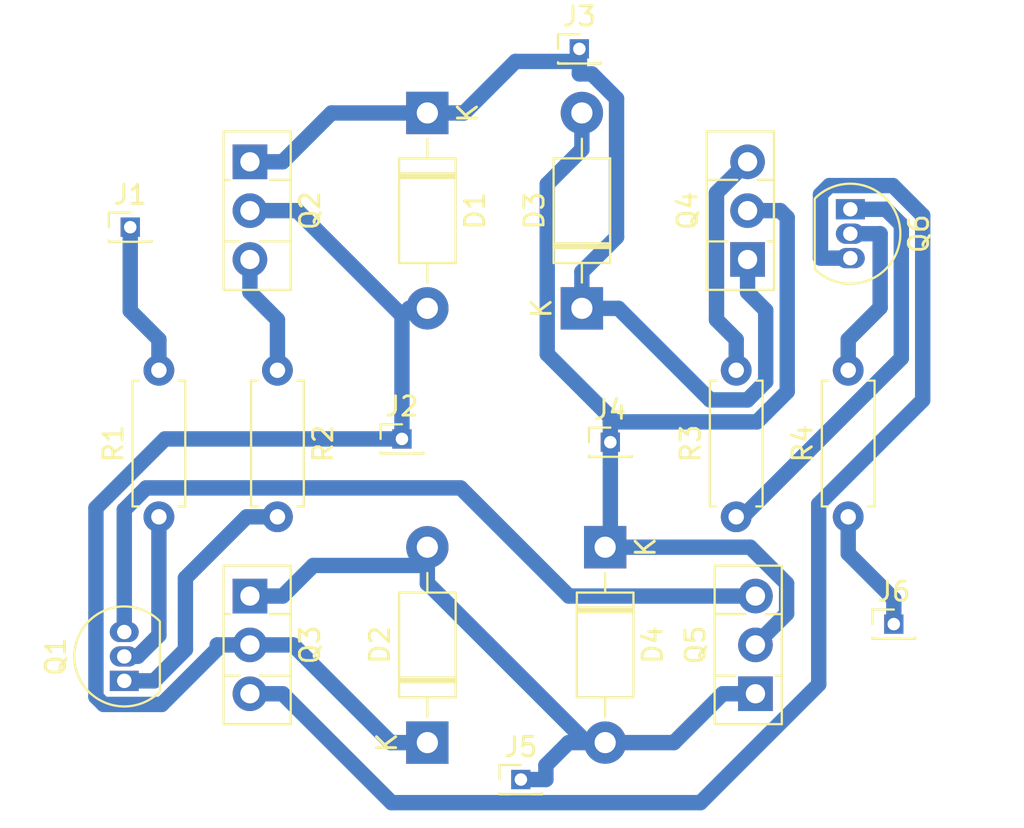
<source format=kicad_pcb>
(kicad_pcb (version 20171130) (host pcbnew "(5.1.6)-1")

  (general
    (thickness 1.6)
    (drawings 0)
    (tracks 118)
    (zones 0)
    (modules 20)
    (nets 15)
  )

  (page A4)
  (layers
    (0 F.Cu signal)
    (31 B.Cu signal)
    (32 B.Adhes user)
    (33 F.Adhes user)
    (34 B.Paste user)
    (35 F.Paste user)
    (36 B.SilkS user)
    (37 F.SilkS user)
    (38 B.Mask user)
    (39 F.Mask user)
    (40 Dwgs.User user)
    (41 Cmts.User user)
    (42 Eco1.User user)
    (43 Eco2.User user)
    (44 Edge.Cuts user)
    (45 Margin user)
    (46 B.CrtYd user)
    (47 F.CrtYd user)
    (48 B.Fab user)
    (49 F.Fab user)
  )

  (setup
    (last_trace_width 0.8)
    (trace_clearance 0.3)
    (zone_clearance 0.508)
    (zone_45_only no)
    (trace_min 0.2)
    (via_size 0.8)
    (via_drill 0.4)
    (via_min_size 0.4)
    (via_min_drill 0.3)
    (uvia_size 0.3)
    (uvia_drill 0.1)
    (uvias_allowed no)
    (uvia_min_size 0.2)
    (uvia_min_drill 0.1)
    (edge_width 0.05)
    (segment_width 0.2)
    (pcb_text_width 0.3)
    (pcb_text_size 1.5 1.5)
    (mod_edge_width 0.12)
    (mod_text_size 1 1)
    (mod_text_width 0.15)
    (pad_size 1.524 1.524)
    (pad_drill 0.762)
    (pad_to_mask_clearance 0.05)
    (aux_axis_origin 107.08 100.06)
    (visible_elements 7FFFFFFF)
    (pcbplotparams
      (layerselection 0x010fc_fffffffe)
      (usegerberextensions false)
      (usegerberattributes true)
      (usegerberadvancedattributes true)
      (creategerberjobfile true)
      (excludeedgelayer true)
      (linewidth 0.100000)
      (plotframeref false)
      (viasonmask false)
      (mode 1)
      (useauxorigin true)
      (hpglpennumber 1)
      (hpglpenspeed 20)
      (hpglpendiameter 15.000000)
      (psnegative false)
      (psa4output false)
      (plotreference true)
      (plotvalue true)
      (plotinvisibletext false)
      (padsonsilk false)
      (subtractmaskfromsilk false)
      (outputformat 1)
      (mirror false)
      (drillshape 0)
      (scaleselection 1)
      (outputdirectory "gerber"))
  )

  (net 0 "")
  (net 1 "Net-(D1-Pad1)")
  (net 2 "Net-(D1-Pad2)")
  (net 3 GND)
  (net 4 "Net-(D3-Pad2)")
  (net 5 "Net-(J1-Pad1)")
  (net 6 "Net-(J6-Pad1)")
  (net 7 "Net-(Q1-Pad2)")
  (net 8 "Net-(Q1-Pad3)")
  (net 9 "Net-(Q1-Pad1)")
  (net 10 "Net-(Q2-Pad3)")
  (net 11 "Net-(Q3-Pad3)")
  (net 12 "Net-(Q4-Pad3)")
  (net 13 "Net-(Q6-Pad1)")
  (net 14 "Net-(Q6-Pad2)")

  (net_class Default "This is the default net class."
    (clearance 0.3)
    (trace_width 0.8)
    (via_dia 0.8)
    (via_drill 0.4)
    (uvia_dia 0.3)
    (uvia_drill 0.1)
    (add_net GND)
    (add_net "Net-(D1-Pad1)")
    (add_net "Net-(D1-Pad2)")
    (add_net "Net-(D3-Pad2)")
    (add_net "Net-(J1-Pad1)")
    (add_net "Net-(J6-Pad1)")
    (add_net "Net-(Q1-Pad1)")
    (add_net "Net-(Q1-Pad2)")
    (add_net "Net-(Q1-Pad3)")
    (add_net "Net-(Q2-Pad3)")
    (add_net "Net-(Q3-Pad3)")
    (add_net "Net-(Q4-Pad3)")
    (add_net "Net-(Q6-Pad1)")
    (add_net "Net-(Q6-Pad2)")
  )

  (module Package_TO_SOT_THT:TO-126-3_Vertical (layer F.Cu) (tedit 5AC8BA0D) (tstamp 5FA60E09)
    (at 117.63 86.89 270)
    (descr "TO-126-3, Vertical, RM 2.54mm, see https://www.diodes.com/assets/Package-Files/TO126.pdf")
    (tags "TO-126-3 Vertical RM 2.54mm")
    (path /5FA5A5DC)
    (fp_text reference Q3 (at 2.54 -3.12 90) (layer F.SilkS)
      (effects (font (size 1 1) (thickness 0.15)))
    )
    (fp_text value BD139 (at 2.54 2.5 90) (layer F.Fab)
      (effects (font (size 1 1) (thickness 0.15)))
    )
    (fp_line (start 6.79 -2.25) (end -1.71 -2.25) (layer F.CrtYd) (width 0.05))
    (fp_line (start 6.79 1.5) (end 6.79 -2.25) (layer F.CrtYd) (width 0.05))
    (fp_line (start -1.71 1.5) (end 6.79 1.5) (layer F.CrtYd) (width 0.05))
    (fp_line (start -1.71 -2.25) (end -1.71 1.5) (layer F.CrtYd) (width 0.05))
    (fp_line (start 4.141 0.54) (end 4.141 1.37) (layer F.SilkS) (width 0.12))
    (fp_line (start 4.141 -2.12) (end 4.141 -0.54) (layer F.SilkS) (width 0.12))
    (fp_line (start 0.94 1.05) (end 0.94 1.37) (layer F.SilkS) (width 0.12))
    (fp_line (start 0.94 -2.12) (end 0.94 -1.05) (layer F.SilkS) (width 0.12))
    (fp_line (start 6.66 -2.12) (end 6.66 1.37) (layer F.SilkS) (width 0.12))
    (fp_line (start -1.58 -2.12) (end -1.58 1.37) (layer F.SilkS) (width 0.12))
    (fp_line (start -1.58 1.37) (end 6.66 1.37) (layer F.SilkS) (width 0.12))
    (fp_line (start -1.58 -2.12) (end 6.66 -2.12) (layer F.SilkS) (width 0.12))
    (fp_line (start 4.14 -2) (end 4.14 1.25) (layer F.Fab) (width 0.1))
    (fp_line (start 0.94 -2) (end 0.94 1.25) (layer F.Fab) (width 0.1))
    (fp_line (start 6.54 -2) (end -1.46 -2) (layer F.Fab) (width 0.1))
    (fp_line (start 6.54 1.25) (end 6.54 -2) (layer F.Fab) (width 0.1))
    (fp_line (start -1.46 1.25) (end 6.54 1.25) (layer F.Fab) (width 0.1))
    (fp_line (start -1.46 -2) (end -1.46 1.25) (layer F.Fab) (width 0.1))
    (fp_text user %R (at 2.54 -3.12 90) (layer F.Fab)
      (effects (font (size 1 1) (thickness 0.15)))
    )
    (pad 3 thru_hole oval (at 5.08 0 270) (size 1.8 1.8) (drill 1) (layers *.Cu *.Mask)
      (net 11 "Net-(Q3-Pad3)"))
    (pad 2 thru_hole oval (at 2.54 0 270) (size 1.8 1.8) (drill 1) (layers *.Cu *.Mask)
      (net 2 "Net-(D1-Pad2)"))
    (pad 1 thru_hole rect (at 0 0 270) (size 1.8 1.8) (drill 1) (layers *.Cu *.Mask)
      (net 3 GND))
    (model ${KISYS3DMOD}/Package_TO_SOT_THT.3dshapes/TO-126-3_Vertical.wrl
      (at (xyz 0 0 0))
      (scale (xyz 1 1 1))
      (rotate (xyz 0 0 0))
    )
  )

  (module Resistor_THT:R_Axial_DIN0207_L6.3mm_D2.5mm_P7.62mm_Horizontal (layer F.Cu) (tedit 5AE5139B) (tstamp 5FA60EAB)
    (at 148.72 82.77 90)
    (descr "Resistor, Axial_DIN0207 series, Axial, Horizontal, pin pitch=7.62mm, 0.25W = 1/4W, length*diameter=6.3*2.5mm^2, http://cdn-reichelt.de/documents/datenblatt/B400/1_4W%23YAG.pdf")
    (tags "Resistor Axial_DIN0207 series Axial Horizontal pin pitch 7.62mm 0.25W = 1/4W length 6.3mm diameter 2.5mm")
    (path /5FA62D7C)
    (fp_text reference R4 (at 3.81 -2.37 90) (layer F.SilkS)
      (effects (font (size 1 1) (thickness 0.15)))
    )
    (fp_text value R (at 3.81 2.37 90) (layer F.Fab)
      (effects (font (size 1 1) (thickness 0.15)))
    )
    (fp_line (start 0.66 -1.25) (end 0.66 1.25) (layer F.Fab) (width 0.1))
    (fp_line (start 0.66 1.25) (end 6.96 1.25) (layer F.Fab) (width 0.1))
    (fp_line (start 6.96 1.25) (end 6.96 -1.25) (layer F.Fab) (width 0.1))
    (fp_line (start 6.96 -1.25) (end 0.66 -1.25) (layer F.Fab) (width 0.1))
    (fp_line (start 0 0) (end 0.66 0) (layer F.Fab) (width 0.1))
    (fp_line (start 7.62 0) (end 6.96 0) (layer F.Fab) (width 0.1))
    (fp_line (start 0.54 -1.04) (end 0.54 -1.37) (layer F.SilkS) (width 0.12))
    (fp_line (start 0.54 -1.37) (end 7.08 -1.37) (layer F.SilkS) (width 0.12))
    (fp_line (start 7.08 -1.37) (end 7.08 -1.04) (layer F.SilkS) (width 0.12))
    (fp_line (start 0.54 1.04) (end 0.54 1.37) (layer F.SilkS) (width 0.12))
    (fp_line (start 0.54 1.37) (end 7.08 1.37) (layer F.SilkS) (width 0.12))
    (fp_line (start 7.08 1.37) (end 7.08 1.04) (layer F.SilkS) (width 0.12))
    (fp_line (start -1.05 -1.5) (end -1.05 1.5) (layer F.CrtYd) (width 0.05))
    (fp_line (start -1.05 1.5) (end 8.67 1.5) (layer F.CrtYd) (width 0.05))
    (fp_line (start 8.67 1.5) (end 8.67 -1.5) (layer F.CrtYd) (width 0.05))
    (fp_line (start 8.67 -1.5) (end -1.05 -1.5) (layer F.CrtYd) (width 0.05))
    (fp_text user %R (at 3.81 0 90) (layer F.Fab)
      (effects (font (size 1 1) (thickness 0.15)))
    )
    (pad 1 thru_hole circle (at 0 0 90) (size 1.6 1.6) (drill 0.8) (layers *.Cu *.Mask)
      (net 6 "Net-(J6-Pad1)"))
    (pad 2 thru_hole oval (at 7.62 0 90) (size 1.6 1.6) (drill 0.8) (layers *.Cu *.Mask)
      (net 14 "Net-(Q6-Pad2)"))
    (model ${KISYS3DMOD}/Resistor_THT.3dshapes/R_Axial_DIN0207_L6.3mm_D2.5mm_P7.62mm_Horizontal.wrl
      (at (xyz 0 0 0))
      (scale (xyz 1 1 1))
      (rotate (xyz 0 0 0))
    )
  )

  (module Connector_PinHeader_1.27mm:PinHeader_1x01_P1.27mm_Vertical (layer F.Cu) (tedit 59FED6E3) (tstamp 5FA60D81)
    (at 134.75 58.44)
    (descr "Through hole straight pin header, 1x01, 1.27mm pitch, single row")
    (tags "Through hole pin header THT 1x01 1.27mm single row")
    (path /5FA7C41D)
    (fp_text reference J3 (at 0 -1.695) (layer F.SilkS)
      (effects (font (size 1 1) (thickness 0.15)))
    )
    (fp_text value Conn_01x01_Male (at 0 1.695) (layer F.Fab)
      (effects (font (size 1 1) (thickness 0.15)))
    )
    (fp_line (start -0.525 -0.635) (end 1.05 -0.635) (layer F.Fab) (width 0.1))
    (fp_line (start 1.05 -0.635) (end 1.05 0.635) (layer F.Fab) (width 0.1))
    (fp_line (start 1.05 0.635) (end -1.05 0.635) (layer F.Fab) (width 0.1))
    (fp_line (start -1.05 0.635) (end -1.05 -0.11) (layer F.Fab) (width 0.1))
    (fp_line (start -1.05 -0.11) (end -0.525 -0.635) (layer F.Fab) (width 0.1))
    (fp_line (start -1.11 0.76) (end 1.11 0.76) (layer F.SilkS) (width 0.12))
    (fp_line (start -1.11 0.76) (end -1.11 0.695) (layer F.SilkS) (width 0.12))
    (fp_line (start 1.11 0.76) (end 1.11 0.695) (layer F.SilkS) (width 0.12))
    (fp_line (start -1.11 0.76) (end -0.563471 0.76) (layer F.SilkS) (width 0.12))
    (fp_line (start 0.563471 0.76) (end 1.11 0.76) (layer F.SilkS) (width 0.12))
    (fp_line (start -1.11 0) (end -1.11 -0.76) (layer F.SilkS) (width 0.12))
    (fp_line (start -1.11 -0.76) (end 0 -0.76) (layer F.SilkS) (width 0.12))
    (fp_line (start -1.55 -1.15) (end -1.55 1.15) (layer F.CrtYd) (width 0.05))
    (fp_line (start -1.55 1.15) (end 1.55 1.15) (layer F.CrtYd) (width 0.05))
    (fp_line (start 1.55 1.15) (end 1.55 -1.15) (layer F.CrtYd) (width 0.05))
    (fp_line (start 1.55 -1.15) (end -1.55 -1.15) (layer F.CrtYd) (width 0.05))
    (fp_text user %R (at 0 0 90) (layer F.Fab)
      (effects (font (size 1 1) (thickness 0.15)))
    )
    (pad 1 thru_hole rect (at 0 0) (size 1 1) (drill 0.65) (layers *.Cu *.Mask)
      (net 1 "Net-(D1-Pad1)"))
    (model ${KISYS3DMOD}/Connector_PinHeader_1.27mm.3dshapes/PinHeader_1x01_P1.27mm_Vertical.wrl
      (at (xyz 0 0 0))
      (scale (xyz 1 1 1))
      (rotate (xyz 0 0 0))
    )
  )

  (module Package_TO_SOT_THT:TO-126-3_Vertical (layer F.Cu) (tedit 5AC8BA0D) (tstamp 5FA60E3D)
    (at 143.9 91.97 90)
    (descr "TO-126-3, Vertical, RM 2.54mm, see https://www.diodes.com/assets/Package-Files/TO126.pdf")
    (tags "TO-126-3 Vertical RM 2.54mm")
    (path /5FA5BC3E)
    (fp_text reference Q5 (at 2.54 -3.12 90) (layer F.SilkS)
      (effects (font (size 1 1) (thickness 0.15)))
    )
    (fp_text value BD139 (at 2.54 2.5 90) (layer F.Fab)
      (effects (font (size 1 1) (thickness 0.15)))
    )
    (fp_line (start -1.46 -2) (end -1.46 1.25) (layer F.Fab) (width 0.1))
    (fp_line (start -1.46 1.25) (end 6.54 1.25) (layer F.Fab) (width 0.1))
    (fp_line (start 6.54 1.25) (end 6.54 -2) (layer F.Fab) (width 0.1))
    (fp_line (start 6.54 -2) (end -1.46 -2) (layer F.Fab) (width 0.1))
    (fp_line (start 0.94 -2) (end 0.94 1.25) (layer F.Fab) (width 0.1))
    (fp_line (start 4.14 -2) (end 4.14 1.25) (layer F.Fab) (width 0.1))
    (fp_line (start -1.58 -2.12) (end 6.66 -2.12) (layer F.SilkS) (width 0.12))
    (fp_line (start -1.58 1.37) (end 6.66 1.37) (layer F.SilkS) (width 0.12))
    (fp_line (start -1.58 -2.12) (end -1.58 1.37) (layer F.SilkS) (width 0.12))
    (fp_line (start 6.66 -2.12) (end 6.66 1.37) (layer F.SilkS) (width 0.12))
    (fp_line (start 0.94 -2.12) (end 0.94 -1.05) (layer F.SilkS) (width 0.12))
    (fp_line (start 0.94 1.05) (end 0.94 1.37) (layer F.SilkS) (width 0.12))
    (fp_line (start 4.141 -2.12) (end 4.141 -0.54) (layer F.SilkS) (width 0.12))
    (fp_line (start 4.141 0.54) (end 4.141 1.37) (layer F.SilkS) (width 0.12))
    (fp_line (start -1.71 -2.25) (end -1.71 1.5) (layer F.CrtYd) (width 0.05))
    (fp_line (start -1.71 1.5) (end 6.79 1.5) (layer F.CrtYd) (width 0.05))
    (fp_line (start 6.79 1.5) (end 6.79 -2.25) (layer F.CrtYd) (width 0.05))
    (fp_line (start 6.79 -2.25) (end -1.71 -2.25) (layer F.CrtYd) (width 0.05))
    (fp_text user %R (at 2.54 -3.12 90) (layer F.Fab)
      (effects (font (size 1 1) (thickness 0.15)))
    )
    (pad 1 thru_hole rect (at 0 0 90) (size 1.8 1.8) (drill 1) (layers *.Cu *.Mask)
      (net 3 GND))
    (pad 2 thru_hole oval (at 2.54 0 90) (size 1.8 1.8) (drill 1) (layers *.Cu *.Mask)
      (net 4 "Net-(D3-Pad2)"))
    (pad 3 thru_hole oval (at 5.08 0 90) (size 1.8 1.8) (drill 1) (layers *.Cu *.Mask)
      (net 8 "Net-(Q1-Pad3)"))
    (model ${KISYS3DMOD}/Package_TO_SOT_THT.3dshapes/TO-126-3_Vertical.wrl
      (at (xyz 0 0 0))
      (scale (xyz 1 1 1))
      (rotate (xyz 0 0 0))
    )
  )

  (module Diode_THT:D_DO-41_SOD81_P10.16mm_Horizontal (layer F.Cu) (tedit 5AE50CD5) (tstamp 5FA60CE2)
    (at 126.85 61.77 270)
    (descr "Diode, DO-41_SOD81 series, Axial, Horizontal, pin pitch=10.16mm, , length*diameter=5.2*2.7mm^2, , http://www.diodes.com/_files/packages/DO-41%20(Plastic).pdf")
    (tags "Diode DO-41_SOD81 series Axial Horizontal pin pitch 10.16mm  length 5.2mm diameter 2.7mm")
    (path /5FA64925)
    (fp_text reference D1 (at 5.08 -2.47 90) (layer F.SilkS)
      (effects (font (size 1 1) (thickness 0.15)))
    )
    (fp_text value 1N4001 (at 5.08 2.47 90) (layer F.Fab)
      (effects (font (size 1 1) (thickness 0.15)))
    )
    (fp_line (start 2.48 -1.35) (end 2.48 1.35) (layer F.Fab) (width 0.1))
    (fp_line (start 2.48 1.35) (end 7.68 1.35) (layer F.Fab) (width 0.1))
    (fp_line (start 7.68 1.35) (end 7.68 -1.35) (layer F.Fab) (width 0.1))
    (fp_line (start 7.68 -1.35) (end 2.48 -1.35) (layer F.Fab) (width 0.1))
    (fp_line (start 0 0) (end 2.48 0) (layer F.Fab) (width 0.1))
    (fp_line (start 10.16 0) (end 7.68 0) (layer F.Fab) (width 0.1))
    (fp_line (start 3.26 -1.35) (end 3.26 1.35) (layer F.Fab) (width 0.1))
    (fp_line (start 3.36 -1.35) (end 3.36 1.35) (layer F.Fab) (width 0.1))
    (fp_line (start 3.16 -1.35) (end 3.16 1.35) (layer F.Fab) (width 0.1))
    (fp_line (start 2.36 -1.47) (end 2.36 1.47) (layer F.SilkS) (width 0.12))
    (fp_line (start 2.36 1.47) (end 7.8 1.47) (layer F.SilkS) (width 0.12))
    (fp_line (start 7.8 1.47) (end 7.8 -1.47) (layer F.SilkS) (width 0.12))
    (fp_line (start 7.8 -1.47) (end 2.36 -1.47) (layer F.SilkS) (width 0.12))
    (fp_line (start 1.34 0) (end 2.36 0) (layer F.SilkS) (width 0.12))
    (fp_line (start 8.82 0) (end 7.8 0) (layer F.SilkS) (width 0.12))
    (fp_line (start 3.26 -1.47) (end 3.26 1.47) (layer F.SilkS) (width 0.12))
    (fp_line (start 3.38 -1.47) (end 3.38 1.47) (layer F.SilkS) (width 0.12))
    (fp_line (start 3.14 -1.47) (end 3.14 1.47) (layer F.SilkS) (width 0.12))
    (fp_line (start -1.35 -1.6) (end -1.35 1.6) (layer F.CrtYd) (width 0.05))
    (fp_line (start -1.35 1.6) (end 11.51 1.6) (layer F.CrtYd) (width 0.05))
    (fp_line (start 11.51 1.6) (end 11.51 -1.6) (layer F.CrtYd) (width 0.05))
    (fp_line (start 11.51 -1.6) (end -1.35 -1.6) (layer F.CrtYd) (width 0.05))
    (fp_text user %R (at 5.47 0 90) (layer F.Fab)
      (effects (font (size 1 1) (thickness 0.15)))
    )
    (fp_text user K (at 0 -2.1 90) (layer F.Fab)
      (effects (font (size 1 1) (thickness 0.15)))
    )
    (fp_text user K (at 0 -2.1 90) (layer F.SilkS)
      (effects (font (size 1 1) (thickness 0.15)))
    )
    (pad 1 thru_hole rect (at 0 0 270) (size 2.2 2.2) (drill 1.1) (layers *.Cu *.Mask)
      (net 1 "Net-(D1-Pad1)"))
    (pad 2 thru_hole oval (at 10.16 0 270) (size 2.2 2.2) (drill 1.1) (layers *.Cu *.Mask)
      (net 2 "Net-(D1-Pad2)"))
    (model ${KISYS3DMOD}/Diode_THT.3dshapes/D_DO-41_SOD81_P10.16mm_Horizontal.wrl
      (at (xyz 0 0 0))
      (scale (xyz 1 1 1))
      (rotate (xyz 0 0 0))
    )
  )

  (module Diode_THT:D_DO-41_SOD81_P10.16mm_Horizontal (layer F.Cu) (tedit 5AE50CD5) (tstamp 5FA60D01)
    (at 126.85 94.51 90)
    (descr "Diode, DO-41_SOD81 series, Axial, Horizontal, pin pitch=10.16mm, , length*diameter=5.2*2.7mm^2, , http://www.diodes.com/_files/packages/DO-41%20(Plastic).pdf")
    (tags "Diode DO-41_SOD81 series Axial Horizontal pin pitch 10.16mm  length 5.2mm diameter 2.7mm")
    (path /5FA65B20)
    (fp_text reference D2 (at 5.08 -2.47 90) (layer F.SilkS)
      (effects (font (size 1 1) (thickness 0.15)))
    )
    (fp_text value 1N4001 (at 5.08 2.47 90) (layer F.Fab)
      (effects (font (size 1 1) (thickness 0.15)))
    )
    (fp_line (start 2.48 -1.35) (end 2.48 1.35) (layer F.Fab) (width 0.1))
    (fp_line (start 2.48 1.35) (end 7.68 1.35) (layer F.Fab) (width 0.1))
    (fp_line (start 7.68 1.35) (end 7.68 -1.35) (layer F.Fab) (width 0.1))
    (fp_line (start 7.68 -1.35) (end 2.48 -1.35) (layer F.Fab) (width 0.1))
    (fp_line (start 0 0) (end 2.48 0) (layer F.Fab) (width 0.1))
    (fp_line (start 10.16 0) (end 7.68 0) (layer F.Fab) (width 0.1))
    (fp_line (start 3.26 -1.35) (end 3.26 1.35) (layer F.Fab) (width 0.1))
    (fp_line (start 3.36 -1.35) (end 3.36 1.35) (layer F.Fab) (width 0.1))
    (fp_line (start 3.16 -1.35) (end 3.16 1.35) (layer F.Fab) (width 0.1))
    (fp_line (start 2.36 -1.47) (end 2.36 1.47) (layer F.SilkS) (width 0.12))
    (fp_line (start 2.36 1.47) (end 7.8 1.47) (layer F.SilkS) (width 0.12))
    (fp_line (start 7.8 1.47) (end 7.8 -1.47) (layer F.SilkS) (width 0.12))
    (fp_line (start 7.8 -1.47) (end 2.36 -1.47) (layer F.SilkS) (width 0.12))
    (fp_line (start 1.34 0) (end 2.36 0) (layer F.SilkS) (width 0.12))
    (fp_line (start 8.82 0) (end 7.8 0) (layer F.SilkS) (width 0.12))
    (fp_line (start 3.26 -1.47) (end 3.26 1.47) (layer F.SilkS) (width 0.12))
    (fp_line (start 3.38 -1.47) (end 3.38 1.47) (layer F.SilkS) (width 0.12))
    (fp_line (start 3.14 -1.47) (end 3.14 1.47) (layer F.SilkS) (width 0.12))
    (fp_line (start -1.35 -1.6) (end -1.35 1.6) (layer F.CrtYd) (width 0.05))
    (fp_line (start -1.35 1.6) (end 11.51 1.6) (layer F.CrtYd) (width 0.05))
    (fp_line (start 11.51 1.6) (end 11.51 -1.6) (layer F.CrtYd) (width 0.05))
    (fp_line (start 11.51 -1.6) (end -1.35 -1.6) (layer F.CrtYd) (width 0.05))
    (fp_text user %R (at 5.47 0 90) (layer F.Fab)
      (effects (font (size 1 1) (thickness 0.15)))
    )
    (fp_text user K (at 0 -2.1 90) (layer F.Fab)
      (effects (font (size 1 1) (thickness 0.15)))
    )
    (fp_text user K (at 0 -2.1 90) (layer F.SilkS)
      (effects (font (size 1 1) (thickness 0.15)))
    )
    (pad 1 thru_hole rect (at 0 0 90) (size 2.2 2.2) (drill 1.1) (layers *.Cu *.Mask)
      (net 2 "Net-(D1-Pad2)"))
    (pad 2 thru_hole oval (at 10.16 0 90) (size 2.2 2.2) (drill 1.1) (layers *.Cu *.Mask)
      (net 3 GND))
    (model ${KISYS3DMOD}/Diode_THT.3dshapes/D_DO-41_SOD81_P10.16mm_Horizontal.wrl
      (at (xyz 0 0 0))
      (scale (xyz 1 1 1))
      (rotate (xyz 0 0 0))
    )
  )

  (module Diode_THT:D_DO-41_SOD81_P10.16mm_Horizontal (layer F.Cu) (tedit 5AE50CD5) (tstamp 5FA60D20)
    (at 134.88 71.93 90)
    (descr "Diode, DO-41_SOD81 series, Axial, Horizontal, pin pitch=10.16mm, , length*diameter=5.2*2.7mm^2, , http://www.diodes.com/_files/packages/DO-41%20(Plastic).pdf")
    (tags "Diode DO-41_SOD81 series Axial Horizontal pin pitch 10.16mm  length 5.2mm diameter 2.7mm")
    (path /5FA6558F)
    (fp_text reference D3 (at 5.08 -2.47 90) (layer F.SilkS)
      (effects (font (size 1 1) (thickness 0.15)))
    )
    (fp_text value 1N4001 (at 5.08 2.47 90) (layer F.Fab)
      (effects (font (size 1 1) (thickness 0.15)))
    )
    (fp_line (start 11.51 -1.6) (end -1.35 -1.6) (layer F.CrtYd) (width 0.05))
    (fp_line (start 11.51 1.6) (end 11.51 -1.6) (layer F.CrtYd) (width 0.05))
    (fp_line (start -1.35 1.6) (end 11.51 1.6) (layer F.CrtYd) (width 0.05))
    (fp_line (start -1.35 -1.6) (end -1.35 1.6) (layer F.CrtYd) (width 0.05))
    (fp_line (start 3.14 -1.47) (end 3.14 1.47) (layer F.SilkS) (width 0.12))
    (fp_line (start 3.38 -1.47) (end 3.38 1.47) (layer F.SilkS) (width 0.12))
    (fp_line (start 3.26 -1.47) (end 3.26 1.47) (layer F.SilkS) (width 0.12))
    (fp_line (start 8.82 0) (end 7.8 0) (layer F.SilkS) (width 0.12))
    (fp_line (start 1.34 0) (end 2.36 0) (layer F.SilkS) (width 0.12))
    (fp_line (start 7.8 -1.47) (end 2.36 -1.47) (layer F.SilkS) (width 0.12))
    (fp_line (start 7.8 1.47) (end 7.8 -1.47) (layer F.SilkS) (width 0.12))
    (fp_line (start 2.36 1.47) (end 7.8 1.47) (layer F.SilkS) (width 0.12))
    (fp_line (start 2.36 -1.47) (end 2.36 1.47) (layer F.SilkS) (width 0.12))
    (fp_line (start 3.16 -1.35) (end 3.16 1.35) (layer F.Fab) (width 0.1))
    (fp_line (start 3.36 -1.35) (end 3.36 1.35) (layer F.Fab) (width 0.1))
    (fp_line (start 3.26 -1.35) (end 3.26 1.35) (layer F.Fab) (width 0.1))
    (fp_line (start 10.16 0) (end 7.68 0) (layer F.Fab) (width 0.1))
    (fp_line (start 0 0) (end 2.48 0) (layer F.Fab) (width 0.1))
    (fp_line (start 7.68 -1.35) (end 2.48 -1.35) (layer F.Fab) (width 0.1))
    (fp_line (start 7.68 1.35) (end 7.68 -1.35) (layer F.Fab) (width 0.1))
    (fp_line (start 2.48 1.35) (end 7.68 1.35) (layer F.Fab) (width 0.1))
    (fp_line (start 2.48 -1.35) (end 2.48 1.35) (layer F.Fab) (width 0.1))
    (fp_text user K (at 0 -2.1 90) (layer F.SilkS)
      (effects (font (size 1 1) (thickness 0.15)))
    )
    (fp_text user K (at 0 -2.1 90) (layer F.Fab)
      (effects (font (size 1 1) (thickness 0.15)))
    )
    (fp_text user %R (at 5.47 0 90) (layer F.Fab)
      (effects (font (size 1 1) (thickness 0.15)))
    )
    (pad 2 thru_hole oval (at 10.16 0 90) (size 2.2 2.2) (drill 1.1) (layers *.Cu *.Mask)
      (net 4 "Net-(D3-Pad2)"))
    (pad 1 thru_hole rect (at 0 0 90) (size 2.2 2.2) (drill 1.1) (layers *.Cu *.Mask)
      (net 1 "Net-(D1-Pad1)"))
    (model ${KISYS3DMOD}/Diode_THT.3dshapes/D_DO-41_SOD81_P10.16mm_Horizontal.wrl
      (at (xyz 0 0 0))
      (scale (xyz 1 1 1))
      (rotate (xyz 0 0 0))
    )
  )

  (module Diode_THT:D_DO-41_SOD81_P10.16mm_Horizontal (layer F.Cu) (tedit 5AE50CD5) (tstamp 5FA60D3F)
    (at 136.09 84.35 270)
    (descr "Diode, DO-41_SOD81 series, Axial, Horizontal, pin pitch=10.16mm, , length*diameter=5.2*2.7mm^2, , http://www.diodes.com/_files/packages/DO-41%20(Plastic).pdf")
    (tags "Diode DO-41_SOD81 series Axial Horizontal pin pitch 10.16mm  length 5.2mm diameter 2.7mm")
    (path /5FA66A93)
    (fp_text reference D4 (at 5.08 -2.47 90) (layer F.SilkS)
      (effects (font (size 1 1) (thickness 0.15)))
    )
    (fp_text value 1N4001 (at 5.08 2.47 90) (layer F.Fab)
      (effects (font (size 1 1) (thickness 0.15)))
    )
    (fp_line (start 11.51 -1.6) (end -1.35 -1.6) (layer F.CrtYd) (width 0.05))
    (fp_line (start 11.51 1.6) (end 11.51 -1.6) (layer F.CrtYd) (width 0.05))
    (fp_line (start -1.35 1.6) (end 11.51 1.6) (layer F.CrtYd) (width 0.05))
    (fp_line (start -1.35 -1.6) (end -1.35 1.6) (layer F.CrtYd) (width 0.05))
    (fp_line (start 3.14 -1.47) (end 3.14 1.47) (layer F.SilkS) (width 0.12))
    (fp_line (start 3.38 -1.47) (end 3.38 1.47) (layer F.SilkS) (width 0.12))
    (fp_line (start 3.26 -1.47) (end 3.26 1.47) (layer F.SilkS) (width 0.12))
    (fp_line (start 8.82 0) (end 7.8 0) (layer F.SilkS) (width 0.12))
    (fp_line (start 1.34 0) (end 2.36 0) (layer F.SilkS) (width 0.12))
    (fp_line (start 7.8 -1.47) (end 2.36 -1.47) (layer F.SilkS) (width 0.12))
    (fp_line (start 7.8 1.47) (end 7.8 -1.47) (layer F.SilkS) (width 0.12))
    (fp_line (start 2.36 1.47) (end 7.8 1.47) (layer F.SilkS) (width 0.12))
    (fp_line (start 2.36 -1.47) (end 2.36 1.47) (layer F.SilkS) (width 0.12))
    (fp_line (start 3.16 -1.35) (end 3.16 1.35) (layer F.Fab) (width 0.1))
    (fp_line (start 3.36 -1.35) (end 3.36 1.35) (layer F.Fab) (width 0.1))
    (fp_line (start 3.26 -1.35) (end 3.26 1.35) (layer F.Fab) (width 0.1))
    (fp_line (start 10.16 0) (end 7.68 0) (layer F.Fab) (width 0.1))
    (fp_line (start 0 0) (end 2.48 0) (layer F.Fab) (width 0.1))
    (fp_line (start 7.68 -1.35) (end 2.48 -1.35) (layer F.Fab) (width 0.1))
    (fp_line (start 7.68 1.35) (end 7.68 -1.35) (layer F.Fab) (width 0.1))
    (fp_line (start 2.48 1.35) (end 7.68 1.35) (layer F.Fab) (width 0.1))
    (fp_line (start 2.48 -1.35) (end 2.48 1.35) (layer F.Fab) (width 0.1))
    (fp_text user K (at 0 -2.1 90) (layer F.SilkS)
      (effects (font (size 1 1) (thickness 0.15)))
    )
    (fp_text user K (at 0 -2.1 90) (layer F.Fab)
      (effects (font (size 1 1) (thickness 0.15)))
    )
    (fp_text user %R (at 5.47 0 90) (layer F.Fab)
      (effects (font (size 1 1) (thickness 0.15)))
    )
    (pad 2 thru_hole oval (at 10.16 0 270) (size 2.2 2.2) (drill 1.1) (layers *.Cu *.Mask)
      (net 3 GND))
    (pad 1 thru_hole rect (at 0 0 270) (size 2.2 2.2) (drill 1.1) (layers *.Cu *.Mask)
      (net 4 "Net-(D3-Pad2)"))
    (model ${KISYS3DMOD}/Diode_THT.3dshapes/D_DO-41_SOD81_P10.16mm_Horizontal.wrl
      (at (xyz 0 0 0))
      (scale (xyz 1 1 1))
      (rotate (xyz 0 0 0))
    )
  )

  (module Connector_PinHeader_1.27mm:PinHeader_1x01_P1.27mm_Vertical (layer F.Cu) (tedit 59FED6E3) (tstamp 5FA60D55)
    (at 111.41 67.71)
    (descr "Through hole straight pin header, 1x01, 1.27mm pitch, single row")
    (tags "Through hole pin header THT 1x01 1.27mm single row")
    (path /5FA7A069)
    (fp_text reference J1 (at 0 -1.695) (layer F.SilkS)
      (effects (font (size 1 1) (thickness 0.15)))
    )
    (fp_text value Conn_01x01_Male (at 0 1.695) (layer F.Fab)
      (effects (font (size 1 1) (thickness 0.15)))
    )
    (fp_line (start -0.525 -0.635) (end 1.05 -0.635) (layer F.Fab) (width 0.1))
    (fp_line (start 1.05 -0.635) (end 1.05 0.635) (layer F.Fab) (width 0.1))
    (fp_line (start 1.05 0.635) (end -1.05 0.635) (layer F.Fab) (width 0.1))
    (fp_line (start -1.05 0.635) (end -1.05 -0.11) (layer F.Fab) (width 0.1))
    (fp_line (start -1.05 -0.11) (end -0.525 -0.635) (layer F.Fab) (width 0.1))
    (fp_line (start -1.11 0.76) (end 1.11 0.76) (layer F.SilkS) (width 0.12))
    (fp_line (start -1.11 0.76) (end -1.11 0.695) (layer F.SilkS) (width 0.12))
    (fp_line (start 1.11 0.76) (end 1.11 0.695) (layer F.SilkS) (width 0.12))
    (fp_line (start -1.11 0.76) (end -0.563471 0.76) (layer F.SilkS) (width 0.12))
    (fp_line (start 0.563471 0.76) (end 1.11 0.76) (layer F.SilkS) (width 0.12))
    (fp_line (start -1.11 0) (end -1.11 -0.76) (layer F.SilkS) (width 0.12))
    (fp_line (start -1.11 -0.76) (end 0 -0.76) (layer F.SilkS) (width 0.12))
    (fp_line (start -1.55 -1.15) (end -1.55 1.15) (layer F.CrtYd) (width 0.05))
    (fp_line (start -1.55 1.15) (end 1.55 1.15) (layer F.CrtYd) (width 0.05))
    (fp_line (start 1.55 1.15) (end 1.55 -1.15) (layer F.CrtYd) (width 0.05))
    (fp_line (start 1.55 -1.15) (end -1.55 -1.15) (layer F.CrtYd) (width 0.05))
    (fp_text user %R (at 0 0 90) (layer F.Fab)
      (effects (font (size 1 1) (thickness 0.15)))
    )
    (pad 1 thru_hole rect (at 0 0) (size 1 1) (drill 0.65) (layers *.Cu *.Mask)
      (net 5 "Net-(J1-Pad1)"))
    (model ${KISYS3DMOD}/Connector_PinHeader_1.27mm.3dshapes/PinHeader_1x01_P1.27mm_Vertical.wrl
      (at (xyz 0 0 0))
      (scale (xyz 1 1 1))
      (rotate (xyz 0 0 0))
    )
  )

  (module Connector_PinHeader_1.27mm:PinHeader_1x01_P1.27mm_Vertical (layer F.Cu) (tedit 59FED6E3) (tstamp 5FA60D6B)
    (at 125.53 78.72)
    (descr "Through hole straight pin header, 1x01, 1.27mm pitch, single row")
    (tags "Through hole pin header THT 1x01 1.27mm single row")
    (path /5FA7E672)
    (fp_text reference J2 (at 0 -1.695) (layer F.SilkS)
      (effects (font (size 1 1) (thickness 0.15)))
    )
    (fp_text value Conn_01x01_Male (at 0 1.695) (layer F.Fab)
      (effects (font (size 1 1) (thickness 0.15)))
    )
    (fp_line (start -0.525 -0.635) (end 1.05 -0.635) (layer F.Fab) (width 0.1))
    (fp_line (start 1.05 -0.635) (end 1.05 0.635) (layer F.Fab) (width 0.1))
    (fp_line (start 1.05 0.635) (end -1.05 0.635) (layer F.Fab) (width 0.1))
    (fp_line (start -1.05 0.635) (end -1.05 -0.11) (layer F.Fab) (width 0.1))
    (fp_line (start -1.05 -0.11) (end -0.525 -0.635) (layer F.Fab) (width 0.1))
    (fp_line (start -1.11 0.76) (end 1.11 0.76) (layer F.SilkS) (width 0.12))
    (fp_line (start -1.11 0.76) (end -1.11 0.695) (layer F.SilkS) (width 0.12))
    (fp_line (start 1.11 0.76) (end 1.11 0.695) (layer F.SilkS) (width 0.12))
    (fp_line (start -1.11 0.76) (end -0.563471 0.76) (layer F.SilkS) (width 0.12))
    (fp_line (start 0.563471 0.76) (end 1.11 0.76) (layer F.SilkS) (width 0.12))
    (fp_line (start -1.11 0) (end -1.11 -0.76) (layer F.SilkS) (width 0.12))
    (fp_line (start -1.11 -0.76) (end 0 -0.76) (layer F.SilkS) (width 0.12))
    (fp_line (start -1.55 -1.15) (end -1.55 1.15) (layer F.CrtYd) (width 0.05))
    (fp_line (start -1.55 1.15) (end 1.55 1.15) (layer F.CrtYd) (width 0.05))
    (fp_line (start 1.55 1.15) (end 1.55 -1.15) (layer F.CrtYd) (width 0.05))
    (fp_line (start 1.55 -1.15) (end -1.55 -1.15) (layer F.CrtYd) (width 0.05))
    (fp_text user %R (at 0 0 90) (layer F.Fab)
      (effects (font (size 1 1) (thickness 0.15)))
    )
    (pad 1 thru_hole rect (at 0 0) (size 1 1) (drill 0.65) (layers *.Cu *.Mask)
      (net 2 "Net-(D1-Pad2)"))
    (model ${KISYS3DMOD}/Connector_PinHeader_1.27mm.3dshapes/PinHeader_1x01_P1.27mm_Vertical.wrl
      (at (xyz 0 0 0))
      (scale (xyz 1 1 1))
      (rotate (xyz 0 0 0))
    )
  )

  (module Connector_PinHeader_1.27mm:PinHeader_1x01_P1.27mm_Vertical (layer F.Cu) (tedit 59FED6E3) (tstamp 5FA60D97)
    (at 136.36 78.89)
    (descr "Through hole straight pin header, 1x01, 1.27mm pitch, single row")
    (tags "Through hole pin header THT 1x01 1.27mm single row")
    (path /5FA7F539)
    (fp_text reference J4 (at 0 -1.695) (layer F.SilkS)
      (effects (font (size 1 1) (thickness 0.15)))
    )
    (fp_text value Conn_01x01_Male (at 0 1.695) (layer F.Fab)
      (effects (font (size 1 1) (thickness 0.15)))
    )
    (fp_line (start 1.55 -1.15) (end -1.55 -1.15) (layer F.CrtYd) (width 0.05))
    (fp_line (start 1.55 1.15) (end 1.55 -1.15) (layer F.CrtYd) (width 0.05))
    (fp_line (start -1.55 1.15) (end 1.55 1.15) (layer F.CrtYd) (width 0.05))
    (fp_line (start -1.55 -1.15) (end -1.55 1.15) (layer F.CrtYd) (width 0.05))
    (fp_line (start -1.11 -0.76) (end 0 -0.76) (layer F.SilkS) (width 0.12))
    (fp_line (start -1.11 0) (end -1.11 -0.76) (layer F.SilkS) (width 0.12))
    (fp_line (start 0.563471 0.76) (end 1.11 0.76) (layer F.SilkS) (width 0.12))
    (fp_line (start -1.11 0.76) (end -0.563471 0.76) (layer F.SilkS) (width 0.12))
    (fp_line (start 1.11 0.76) (end 1.11 0.695) (layer F.SilkS) (width 0.12))
    (fp_line (start -1.11 0.76) (end -1.11 0.695) (layer F.SilkS) (width 0.12))
    (fp_line (start -1.11 0.76) (end 1.11 0.76) (layer F.SilkS) (width 0.12))
    (fp_line (start -1.05 -0.11) (end -0.525 -0.635) (layer F.Fab) (width 0.1))
    (fp_line (start -1.05 0.635) (end -1.05 -0.11) (layer F.Fab) (width 0.1))
    (fp_line (start 1.05 0.635) (end -1.05 0.635) (layer F.Fab) (width 0.1))
    (fp_line (start 1.05 -0.635) (end 1.05 0.635) (layer F.Fab) (width 0.1))
    (fp_line (start -0.525 -0.635) (end 1.05 -0.635) (layer F.Fab) (width 0.1))
    (fp_text user %R (at 0 0 90) (layer F.Fab)
      (effects (font (size 1 1) (thickness 0.15)))
    )
    (pad 1 thru_hole rect (at 0 0) (size 1 1) (drill 0.65) (layers *.Cu *.Mask)
      (net 4 "Net-(D3-Pad2)"))
    (model ${KISYS3DMOD}/Connector_PinHeader_1.27mm.3dshapes/PinHeader_1x01_P1.27mm_Vertical.wrl
      (at (xyz 0 0 0))
      (scale (xyz 1 1 1))
      (rotate (xyz 0 0 0))
    )
  )

  (module Connector_PinHeader_1.27mm:PinHeader_1x01_P1.27mm_Vertical (layer F.Cu) (tedit 59FED6E3) (tstamp 5FA63B90)
    (at 131.71 96.43)
    (descr "Through hole straight pin header, 1x01, 1.27mm pitch, single row")
    (tags "Through hole pin header THT 1x01 1.27mm single row")
    (path /5FA7D73F)
    (fp_text reference J5 (at 0 -1.695) (layer F.SilkS)
      (effects (font (size 1 1) (thickness 0.15)))
    )
    (fp_text value Conn_01x01_Male (at 0 1.695) (layer F.Fab)
      (effects (font (size 1 1) (thickness 0.15)))
    )
    (fp_line (start 1.55 -1.15) (end -1.55 -1.15) (layer F.CrtYd) (width 0.05))
    (fp_line (start 1.55 1.15) (end 1.55 -1.15) (layer F.CrtYd) (width 0.05))
    (fp_line (start -1.55 1.15) (end 1.55 1.15) (layer F.CrtYd) (width 0.05))
    (fp_line (start -1.55 -1.15) (end -1.55 1.15) (layer F.CrtYd) (width 0.05))
    (fp_line (start -1.11 -0.76) (end 0 -0.76) (layer F.SilkS) (width 0.12))
    (fp_line (start -1.11 0) (end -1.11 -0.76) (layer F.SilkS) (width 0.12))
    (fp_line (start 0.563471 0.76) (end 1.11 0.76) (layer F.SilkS) (width 0.12))
    (fp_line (start -1.11 0.76) (end -0.563471 0.76) (layer F.SilkS) (width 0.12))
    (fp_line (start 1.11 0.76) (end 1.11 0.695) (layer F.SilkS) (width 0.12))
    (fp_line (start -1.11 0.76) (end -1.11 0.695) (layer F.SilkS) (width 0.12))
    (fp_line (start -1.11 0.76) (end 1.11 0.76) (layer F.SilkS) (width 0.12))
    (fp_line (start -1.05 -0.11) (end -0.525 -0.635) (layer F.Fab) (width 0.1))
    (fp_line (start -1.05 0.635) (end -1.05 -0.11) (layer F.Fab) (width 0.1))
    (fp_line (start 1.05 0.635) (end -1.05 0.635) (layer F.Fab) (width 0.1))
    (fp_line (start 1.05 -0.635) (end 1.05 0.635) (layer F.Fab) (width 0.1))
    (fp_line (start -0.525 -0.635) (end 1.05 -0.635) (layer F.Fab) (width 0.1))
    (fp_text user %R (at 0 0 90) (layer F.Fab)
      (effects (font (size 1 1) (thickness 0.15)))
    )
    (pad 1 thru_hole rect (at 0 0) (size 1 1) (drill 0.65) (layers *.Cu *.Mask)
      (net 3 GND))
    (model ${KISYS3DMOD}/Connector_PinHeader_1.27mm.3dshapes/PinHeader_1x01_P1.27mm_Vertical.wrl
      (at (xyz 0 0 0))
      (scale (xyz 1 1 1))
      (rotate (xyz 0 0 0))
    )
  )

  (module Connector_PinHeader_1.27mm:PinHeader_1x01_P1.27mm_Vertical (layer F.Cu) (tedit 59FED6E3) (tstamp 5FA60DC3)
    (at 151.09 88.35)
    (descr "Through hole straight pin header, 1x01, 1.27mm pitch, single row")
    (tags "Through hole pin header THT 1x01 1.27mm single row")
    (path /5FA7B380)
    (fp_text reference J6 (at 0 -1.695) (layer F.SilkS)
      (effects (font (size 1 1) (thickness 0.15)))
    )
    (fp_text value Conn_01x01_Male (at 0 1.695) (layer F.Fab)
      (effects (font (size 1 1) (thickness 0.15)))
    )
    (fp_line (start 1.55 -1.15) (end -1.55 -1.15) (layer F.CrtYd) (width 0.05))
    (fp_line (start 1.55 1.15) (end 1.55 -1.15) (layer F.CrtYd) (width 0.05))
    (fp_line (start -1.55 1.15) (end 1.55 1.15) (layer F.CrtYd) (width 0.05))
    (fp_line (start -1.55 -1.15) (end -1.55 1.15) (layer F.CrtYd) (width 0.05))
    (fp_line (start -1.11 -0.76) (end 0 -0.76) (layer F.SilkS) (width 0.12))
    (fp_line (start -1.11 0) (end -1.11 -0.76) (layer F.SilkS) (width 0.12))
    (fp_line (start 0.563471 0.76) (end 1.11 0.76) (layer F.SilkS) (width 0.12))
    (fp_line (start -1.11 0.76) (end -0.563471 0.76) (layer F.SilkS) (width 0.12))
    (fp_line (start 1.11 0.76) (end 1.11 0.695) (layer F.SilkS) (width 0.12))
    (fp_line (start -1.11 0.76) (end -1.11 0.695) (layer F.SilkS) (width 0.12))
    (fp_line (start -1.11 0.76) (end 1.11 0.76) (layer F.SilkS) (width 0.12))
    (fp_line (start -1.05 -0.11) (end -0.525 -0.635) (layer F.Fab) (width 0.1))
    (fp_line (start -1.05 0.635) (end -1.05 -0.11) (layer F.Fab) (width 0.1))
    (fp_line (start 1.05 0.635) (end -1.05 0.635) (layer F.Fab) (width 0.1))
    (fp_line (start 1.05 -0.635) (end 1.05 0.635) (layer F.Fab) (width 0.1))
    (fp_line (start -0.525 -0.635) (end 1.05 -0.635) (layer F.Fab) (width 0.1))
    (fp_text user %R (at 0 0 90) (layer F.Fab)
      (effects (font (size 1 1) (thickness 0.15)))
    )
    (pad 1 thru_hole rect (at 0 0) (size 1 1) (drill 0.65) (layers *.Cu *.Mask)
      (net 6 "Net-(J6-Pad1)"))
    (model ${KISYS3DMOD}/Connector_PinHeader_1.27mm.3dshapes/PinHeader_1x01_P1.27mm_Vertical.wrl
      (at (xyz 0 0 0))
      (scale (xyz 1 1 1))
      (rotate (xyz 0 0 0))
    )
  )

  (module Package_TO_SOT_THT:TO-92_Inline (layer F.Cu) (tedit 5A1DD157) (tstamp 5FA60DD5)
    (at 111.1 91.3 90)
    (descr "TO-92 leads in-line, narrow, oval pads, drill 0.75mm (see NXP sot054_po.pdf)")
    (tags "to-92 sc-43 sc-43a sot54 PA33 transistor")
    (path /5FA5F77D)
    (fp_text reference Q1 (at 1.27 -3.56 90) (layer F.SilkS)
      (effects (font (size 1 1) (thickness 0.15)))
    )
    (fp_text value BC547 (at 1.27 2.79 90) (layer F.Fab)
      (effects (font (size 1 1) (thickness 0.15)))
    )
    (fp_line (start -0.53 1.85) (end 3.07 1.85) (layer F.SilkS) (width 0.12))
    (fp_line (start -0.5 1.75) (end 3 1.75) (layer F.Fab) (width 0.1))
    (fp_line (start -1.46 -2.73) (end 4 -2.73) (layer F.CrtYd) (width 0.05))
    (fp_line (start -1.46 -2.73) (end -1.46 2.01) (layer F.CrtYd) (width 0.05))
    (fp_line (start 4 2.01) (end 4 -2.73) (layer F.CrtYd) (width 0.05))
    (fp_line (start 4 2.01) (end -1.46 2.01) (layer F.CrtYd) (width 0.05))
    (fp_text user %R (at 1.27 0 90) (layer F.Fab)
      (effects (font (size 1 1) (thickness 0.15)))
    )
    (fp_arc (start 1.27 0) (end 1.27 -2.48) (angle 135) (layer F.Fab) (width 0.1))
    (fp_arc (start 1.27 0) (end 1.27 -2.6) (angle -135) (layer F.SilkS) (width 0.12))
    (fp_arc (start 1.27 0) (end 1.27 -2.48) (angle -135) (layer F.Fab) (width 0.1))
    (fp_arc (start 1.27 0) (end 1.27 -2.6) (angle 135) (layer F.SilkS) (width 0.12))
    (pad 2 thru_hole oval (at 1.27 0 90) (size 1.05 1.5) (drill 0.75) (layers *.Cu *.Mask)
      (net 7 "Net-(Q1-Pad2)"))
    (pad 3 thru_hole oval (at 2.54 0 90) (size 1.05 1.5) (drill 0.75) (layers *.Cu *.Mask)
      (net 8 "Net-(Q1-Pad3)"))
    (pad 1 thru_hole rect (at 0 0 90) (size 1.05 1.5) (drill 0.75) (layers *.Cu *.Mask)
      (net 9 "Net-(Q1-Pad1)"))
    (model ${KISYS3DMOD}/Package_TO_SOT_THT.3dshapes/TO-92_Inline.wrl
      (at (xyz 0 0 0))
      (scale (xyz 1 1 1))
      (rotate (xyz 0 0 0))
    )
  )

  (module Package_TO_SOT_THT:TO-126-3_Vertical (layer F.Cu) (tedit 5AC8BA0D) (tstamp 5FA60DEF)
    (at 117.63 64.31 270)
    (descr "TO-126-3, Vertical, RM 2.54mm, see https://www.diodes.com/assets/Package-Files/TO126.pdf")
    (tags "TO-126-3 Vertical RM 2.54mm")
    (path /5FA5D255)
    (fp_text reference Q2 (at 2.54 -3.12 90) (layer F.SilkS)
      (effects (font (size 1 1) (thickness 0.15)))
    )
    (fp_text value BD140 (at 2.54 2.5 90) (layer F.Fab)
      (effects (font (size 1 1) (thickness 0.15)))
    )
    (fp_line (start 6.79 -2.25) (end -1.71 -2.25) (layer F.CrtYd) (width 0.05))
    (fp_line (start 6.79 1.5) (end 6.79 -2.25) (layer F.CrtYd) (width 0.05))
    (fp_line (start -1.71 1.5) (end 6.79 1.5) (layer F.CrtYd) (width 0.05))
    (fp_line (start -1.71 -2.25) (end -1.71 1.5) (layer F.CrtYd) (width 0.05))
    (fp_line (start 4.141 0.54) (end 4.141 1.37) (layer F.SilkS) (width 0.12))
    (fp_line (start 4.141 -2.12) (end 4.141 -0.54) (layer F.SilkS) (width 0.12))
    (fp_line (start 0.94 1.05) (end 0.94 1.37) (layer F.SilkS) (width 0.12))
    (fp_line (start 0.94 -2.12) (end 0.94 -1.05) (layer F.SilkS) (width 0.12))
    (fp_line (start 6.66 -2.12) (end 6.66 1.37) (layer F.SilkS) (width 0.12))
    (fp_line (start -1.58 -2.12) (end -1.58 1.37) (layer F.SilkS) (width 0.12))
    (fp_line (start -1.58 1.37) (end 6.66 1.37) (layer F.SilkS) (width 0.12))
    (fp_line (start -1.58 -2.12) (end 6.66 -2.12) (layer F.SilkS) (width 0.12))
    (fp_line (start 4.14 -2) (end 4.14 1.25) (layer F.Fab) (width 0.1))
    (fp_line (start 0.94 -2) (end 0.94 1.25) (layer F.Fab) (width 0.1))
    (fp_line (start 6.54 -2) (end -1.46 -2) (layer F.Fab) (width 0.1))
    (fp_line (start 6.54 1.25) (end 6.54 -2) (layer F.Fab) (width 0.1))
    (fp_line (start -1.46 1.25) (end 6.54 1.25) (layer F.Fab) (width 0.1))
    (fp_line (start -1.46 -2) (end -1.46 1.25) (layer F.Fab) (width 0.1))
    (fp_text user %R (at 2.54 -3.12 90) (layer F.Fab)
      (effects (font (size 1 1) (thickness 0.15)))
    )
    (pad 3 thru_hole oval (at 5.08 0 270) (size 1.8 1.8) (drill 1) (layers *.Cu *.Mask)
      (net 10 "Net-(Q2-Pad3)"))
    (pad 2 thru_hole oval (at 2.54 0 270) (size 1.8 1.8) (drill 1) (layers *.Cu *.Mask)
      (net 2 "Net-(D1-Pad2)"))
    (pad 1 thru_hole rect (at 0 0 270) (size 1.8 1.8) (drill 1) (layers *.Cu *.Mask)
      (net 1 "Net-(D1-Pad1)"))
    (model ${KISYS3DMOD}/Package_TO_SOT_THT.3dshapes/TO-126-3_Vertical.wrl
      (at (xyz 0 0 0))
      (scale (xyz 1 1 1))
      (rotate (xyz 0 0 0))
    )
  )

  (module Package_TO_SOT_THT:TO-126-3_Vertical (layer F.Cu) (tedit 5AC8BA0D) (tstamp 5FA60E23)
    (at 143.49 69.39 90)
    (descr "TO-126-3, Vertical, RM 2.54mm, see https://www.diodes.com/assets/Package-Files/TO126.pdf")
    (tags "TO-126-3 Vertical RM 2.54mm")
    (path /5FA5E55C)
    (fp_text reference Q4 (at 2.54 -3.12 90) (layer F.SilkS)
      (effects (font (size 1 1) (thickness 0.15)))
    )
    (fp_text value BD140 (at 2.54 2.5 90) (layer F.Fab)
      (effects (font (size 1 1) (thickness 0.15)))
    )
    (fp_line (start -1.46 -2) (end -1.46 1.25) (layer F.Fab) (width 0.1))
    (fp_line (start -1.46 1.25) (end 6.54 1.25) (layer F.Fab) (width 0.1))
    (fp_line (start 6.54 1.25) (end 6.54 -2) (layer F.Fab) (width 0.1))
    (fp_line (start 6.54 -2) (end -1.46 -2) (layer F.Fab) (width 0.1))
    (fp_line (start 0.94 -2) (end 0.94 1.25) (layer F.Fab) (width 0.1))
    (fp_line (start 4.14 -2) (end 4.14 1.25) (layer F.Fab) (width 0.1))
    (fp_line (start -1.58 -2.12) (end 6.66 -2.12) (layer F.SilkS) (width 0.12))
    (fp_line (start -1.58 1.37) (end 6.66 1.37) (layer F.SilkS) (width 0.12))
    (fp_line (start -1.58 -2.12) (end -1.58 1.37) (layer F.SilkS) (width 0.12))
    (fp_line (start 6.66 -2.12) (end 6.66 1.37) (layer F.SilkS) (width 0.12))
    (fp_line (start 0.94 -2.12) (end 0.94 -1.05) (layer F.SilkS) (width 0.12))
    (fp_line (start 0.94 1.05) (end 0.94 1.37) (layer F.SilkS) (width 0.12))
    (fp_line (start 4.141 -2.12) (end 4.141 -0.54) (layer F.SilkS) (width 0.12))
    (fp_line (start 4.141 0.54) (end 4.141 1.37) (layer F.SilkS) (width 0.12))
    (fp_line (start -1.71 -2.25) (end -1.71 1.5) (layer F.CrtYd) (width 0.05))
    (fp_line (start -1.71 1.5) (end 6.79 1.5) (layer F.CrtYd) (width 0.05))
    (fp_line (start 6.79 1.5) (end 6.79 -2.25) (layer F.CrtYd) (width 0.05))
    (fp_line (start 6.79 -2.25) (end -1.71 -2.25) (layer F.CrtYd) (width 0.05))
    (fp_text user %R (at 2.54 -3.12 90) (layer F.Fab)
      (effects (font (size 1 1) (thickness 0.15)))
    )
    (pad 1 thru_hole rect (at 0 0 90) (size 1.8 1.8) (drill 1) (layers *.Cu *.Mask)
      (net 1 "Net-(D1-Pad1)"))
    (pad 2 thru_hole oval (at 2.54 0 90) (size 1.8 1.8) (drill 1) (layers *.Cu *.Mask)
      (net 4 "Net-(D3-Pad2)"))
    (pad 3 thru_hole oval (at 5.08 0 90) (size 1.8 1.8) (drill 1) (layers *.Cu *.Mask)
      (net 12 "Net-(Q4-Pad3)"))
    (model ${KISYS3DMOD}/Package_TO_SOT_THT.3dshapes/TO-126-3_Vertical.wrl
      (at (xyz 0 0 0))
      (scale (xyz 1 1 1))
      (rotate (xyz 0 0 0))
    )
  )

  (module Package_TO_SOT_THT:TO-92_Inline (layer F.Cu) (tedit 5A1DD157) (tstamp 5FA63408)
    (at 148.83 66.78 270)
    (descr "TO-92 leads in-line, narrow, oval pads, drill 0.75mm (see NXP sot054_po.pdf)")
    (tags "to-92 sc-43 sc-43a sot54 PA33 transistor")
    (path /5FA60727)
    (fp_text reference Q6 (at 1.27 -3.56 90) (layer F.SilkS)
      (effects (font (size 1 1) (thickness 0.15)))
    )
    (fp_text value BC547 (at 1.27 2.79 90) (layer F.Fab)
      (effects (font (size 1 1) (thickness 0.15)))
    )
    (fp_line (start 4 2.01) (end -1.46 2.01) (layer F.CrtYd) (width 0.05))
    (fp_line (start 4 2.01) (end 4 -2.73) (layer F.CrtYd) (width 0.05))
    (fp_line (start -1.46 -2.73) (end -1.46 2.01) (layer F.CrtYd) (width 0.05))
    (fp_line (start -1.46 -2.73) (end 4 -2.73) (layer F.CrtYd) (width 0.05))
    (fp_line (start -0.5 1.75) (end 3 1.75) (layer F.Fab) (width 0.1))
    (fp_line (start -0.53 1.85) (end 3.07 1.85) (layer F.SilkS) (width 0.12))
    (fp_arc (start 1.27 0) (end 1.27 -2.6) (angle 135) (layer F.SilkS) (width 0.12))
    (fp_arc (start 1.27 0) (end 1.27 -2.48) (angle -135) (layer F.Fab) (width 0.1))
    (fp_arc (start 1.27 0) (end 1.27 -2.6) (angle -135) (layer F.SilkS) (width 0.12))
    (fp_arc (start 1.27 0) (end 1.27 -2.48) (angle 135) (layer F.Fab) (width 0.1))
    (fp_text user %R (at 1.27 0 90) (layer F.Fab)
      (effects (font (size 1 1) (thickness 0.15)))
    )
    (pad 1 thru_hole rect (at 0 0 270) (size 1.05 1.5) (drill 0.75) (layers *.Cu *.Mask)
      (net 13 "Net-(Q6-Pad1)"))
    (pad 3 thru_hole oval (at 2.54 0 270) (size 1.05 1.5) (drill 0.75) (layers *.Cu *.Mask)
      (net 11 "Net-(Q3-Pad3)"))
    (pad 2 thru_hole oval (at 1.27 0 270) (size 1.05 1.5) (drill 0.75) (layers *.Cu *.Mask)
      (net 14 "Net-(Q6-Pad2)"))
    (model ${KISYS3DMOD}/Package_TO_SOT_THT.3dshapes/TO-92_Inline.wrl
      (at (xyz 0 0 0))
      (scale (xyz 1 1 1))
      (rotate (xyz 0 0 0))
    )
  )

  (module Resistor_THT:R_Axial_DIN0207_L6.3mm_D2.5mm_P7.62mm_Horizontal (layer F.Cu) (tedit 5AE5139B) (tstamp 5FA60E66)
    (at 112.9 82.77 90)
    (descr "Resistor, Axial_DIN0207 series, Axial, Horizontal, pin pitch=7.62mm, 0.25W = 1/4W, length*diameter=6.3*2.5mm^2, http://cdn-reichelt.de/documents/datenblatt/B400/1_4W%23YAG.pdf")
    (tags "Resistor Axial_DIN0207 series Axial Horizontal pin pitch 7.62mm 0.25W = 1/4W length 6.3mm diameter 2.5mm")
    (path /5FA61C64)
    (fp_text reference R1 (at 3.81 -2.37 90) (layer F.SilkS)
      (effects (font (size 1 1) (thickness 0.15)))
    )
    (fp_text value R (at 3.81 2.37 90) (layer F.Fab)
      (effects (font (size 1 1) (thickness 0.15)))
    )
    (fp_line (start 0.66 -1.25) (end 0.66 1.25) (layer F.Fab) (width 0.1))
    (fp_line (start 0.66 1.25) (end 6.96 1.25) (layer F.Fab) (width 0.1))
    (fp_line (start 6.96 1.25) (end 6.96 -1.25) (layer F.Fab) (width 0.1))
    (fp_line (start 6.96 -1.25) (end 0.66 -1.25) (layer F.Fab) (width 0.1))
    (fp_line (start 0 0) (end 0.66 0) (layer F.Fab) (width 0.1))
    (fp_line (start 7.62 0) (end 6.96 0) (layer F.Fab) (width 0.1))
    (fp_line (start 0.54 -1.04) (end 0.54 -1.37) (layer F.SilkS) (width 0.12))
    (fp_line (start 0.54 -1.37) (end 7.08 -1.37) (layer F.SilkS) (width 0.12))
    (fp_line (start 7.08 -1.37) (end 7.08 -1.04) (layer F.SilkS) (width 0.12))
    (fp_line (start 0.54 1.04) (end 0.54 1.37) (layer F.SilkS) (width 0.12))
    (fp_line (start 0.54 1.37) (end 7.08 1.37) (layer F.SilkS) (width 0.12))
    (fp_line (start 7.08 1.37) (end 7.08 1.04) (layer F.SilkS) (width 0.12))
    (fp_line (start -1.05 -1.5) (end -1.05 1.5) (layer F.CrtYd) (width 0.05))
    (fp_line (start -1.05 1.5) (end 8.67 1.5) (layer F.CrtYd) (width 0.05))
    (fp_line (start 8.67 1.5) (end 8.67 -1.5) (layer F.CrtYd) (width 0.05))
    (fp_line (start 8.67 -1.5) (end -1.05 -1.5) (layer F.CrtYd) (width 0.05))
    (fp_text user %R (at 3.81 0 90) (layer F.Fab)
      (effects (font (size 1 1) (thickness 0.15)))
    )
    (pad 1 thru_hole circle (at 0 0 90) (size 1.6 1.6) (drill 0.8) (layers *.Cu *.Mask)
      (net 7 "Net-(Q1-Pad2)"))
    (pad 2 thru_hole oval (at 7.62 0 90) (size 1.6 1.6) (drill 0.8) (layers *.Cu *.Mask)
      (net 5 "Net-(J1-Pad1)"))
    (model ${KISYS3DMOD}/Resistor_THT.3dshapes/R_Axial_DIN0207_L6.3mm_D2.5mm_P7.62mm_Horizontal.wrl
      (at (xyz 0 0 0))
      (scale (xyz 1 1 1))
      (rotate (xyz 0 0 0))
    )
  )

  (module Resistor_THT:R_Axial_DIN0207_L6.3mm_D2.5mm_P7.62mm_Horizontal (layer F.Cu) (tedit 5AE5139B) (tstamp 5FA60E7D)
    (at 119.06 75.15 270)
    (descr "Resistor, Axial_DIN0207 series, Axial, Horizontal, pin pitch=7.62mm, 0.25W = 1/4W, length*diameter=6.3*2.5mm^2, http://cdn-reichelt.de/documents/datenblatt/B400/1_4W%23YAG.pdf")
    (tags "Resistor Axial_DIN0207 series Axial Horizontal pin pitch 7.62mm 0.25W = 1/4W length 6.3mm diameter 2.5mm")
    (path /5FA62918)
    (fp_text reference R2 (at 3.81 -2.37 90) (layer F.SilkS)
      (effects (font (size 1 1) (thickness 0.15)))
    )
    (fp_text value R (at 3.81 2.37 90) (layer F.Fab)
      (effects (font (size 1 1) (thickness 0.15)))
    )
    (fp_line (start 8.67 -1.5) (end -1.05 -1.5) (layer F.CrtYd) (width 0.05))
    (fp_line (start 8.67 1.5) (end 8.67 -1.5) (layer F.CrtYd) (width 0.05))
    (fp_line (start -1.05 1.5) (end 8.67 1.5) (layer F.CrtYd) (width 0.05))
    (fp_line (start -1.05 -1.5) (end -1.05 1.5) (layer F.CrtYd) (width 0.05))
    (fp_line (start 7.08 1.37) (end 7.08 1.04) (layer F.SilkS) (width 0.12))
    (fp_line (start 0.54 1.37) (end 7.08 1.37) (layer F.SilkS) (width 0.12))
    (fp_line (start 0.54 1.04) (end 0.54 1.37) (layer F.SilkS) (width 0.12))
    (fp_line (start 7.08 -1.37) (end 7.08 -1.04) (layer F.SilkS) (width 0.12))
    (fp_line (start 0.54 -1.37) (end 7.08 -1.37) (layer F.SilkS) (width 0.12))
    (fp_line (start 0.54 -1.04) (end 0.54 -1.37) (layer F.SilkS) (width 0.12))
    (fp_line (start 7.62 0) (end 6.96 0) (layer F.Fab) (width 0.1))
    (fp_line (start 0 0) (end 0.66 0) (layer F.Fab) (width 0.1))
    (fp_line (start 6.96 -1.25) (end 0.66 -1.25) (layer F.Fab) (width 0.1))
    (fp_line (start 6.96 1.25) (end 6.96 -1.25) (layer F.Fab) (width 0.1))
    (fp_line (start 0.66 1.25) (end 6.96 1.25) (layer F.Fab) (width 0.1))
    (fp_line (start 0.66 -1.25) (end 0.66 1.25) (layer F.Fab) (width 0.1))
    (fp_text user %R (at 3.81 0 90) (layer F.Fab)
      (effects (font (size 1 1) (thickness 0.15)))
    )
    (pad 2 thru_hole oval (at 7.62 0 270) (size 1.6 1.6) (drill 0.8) (layers *.Cu *.Mask)
      (net 9 "Net-(Q1-Pad1)"))
    (pad 1 thru_hole circle (at 0 0 270) (size 1.6 1.6) (drill 0.8) (layers *.Cu *.Mask)
      (net 10 "Net-(Q2-Pad3)"))
    (model ${KISYS3DMOD}/Resistor_THT.3dshapes/R_Axial_DIN0207_L6.3mm_D2.5mm_P7.62mm_Horizontal.wrl
      (at (xyz 0 0 0))
      (scale (xyz 1 1 1))
      (rotate (xyz 0 0 0))
    )
  )

  (module Resistor_THT:R_Axial_DIN0207_L6.3mm_D2.5mm_P7.62mm_Horizontal (layer F.Cu) (tedit 5AE5139B) (tstamp 5FA63CD1)
    (at 142.9 82.77 90)
    (descr "Resistor, Axial_DIN0207 series, Axial, Horizontal, pin pitch=7.62mm, 0.25W = 1/4W, length*diameter=6.3*2.5mm^2, http://cdn-reichelt.de/documents/datenblatt/B400/1_4W%23YAG.pdf")
    (tags "Resistor Axial_DIN0207 series Axial Horizontal pin pitch 7.62mm 0.25W = 1/4W length 6.3mm diameter 2.5mm")
    (path /5FA631D7)
    (fp_text reference R3 (at 3.81 -2.37 90) (layer F.SilkS)
      (effects (font (size 1 1) (thickness 0.15)))
    )
    (fp_text value R (at 3.81 2.37 90) (layer F.Fab)
      (effects (font (size 1 1) (thickness 0.15)))
    )
    (fp_line (start 8.67 -1.5) (end -1.05 -1.5) (layer F.CrtYd) (width 0.05))
    (fp_line (start 8.67 1.5) (end 8.67 -1.5) (layer F.CrtYd) (width 0.05))
    (fp_line (start -1.05 1.5) (end 8.67 1.5) (layer F.CrtYd) (width 0.05))
    (fp_line (start -1.05 -1.5) (end -1.05 1.5) (layer F.CrtYd) (width 0.05))
    (fp_line (start 7.08 1.37) (end 7.08 1.04) (layer F.SilkS) (width 0.12))
    (fp_line (start 0.54 1.37) (end 7.08 1.37) (layer F.SilkS) (width 0.12))
    (fp_line (start 0.54 1.04) (end 0.54 1.37) (layer F.SilkS) (width 0.12))
    (fp_line (start 7.08 -1.37) (end 7.08 -1.04) (layer F.SilkS) (width 0.12))
    (fp_line (start 0.54 -1.37) (end 7.08 -1.37) (layer F.SilkS) (width 0.12))
    (fp_line (start 0.54 -1.04) (end 0.54 -1.37) (layer F.SilkS) (width 0.12))
    (fp_line (start 7.62 0) (end 6.96 0) (layer F.Fab) (width 0.1))
    (fp_line (start 0 0) (end 0.66 0) (layer F.Fab) (width 0.1))
    (fp_line (start 6.96 -1.25) (end 0.66 -1.25) (layer F.Fab) (width 0.1))
    (fp_line (start 6.96 1.25) (end 6.96 -1.25) (layer F.Fab) (width 0.1))
    (fp_line (start 0.66 1.25) (end 6.96 1.25) (layer F.Fab) (width 0.1))
    (fp_line (start 0.66 -1.25) (end 0.66 1.25) (layer F.Fab) (width 0.1))
    (fp_text user %R (at 3.81 0 90) (layer F.Fab)
      (effects (font (size 1 1) (thickness 0.15)))
    )
    (pad 2 thru_hole oval (at 7.62 0 90) (size 1.6 1.6) (drill 0.8) (layers *.Cu *.Mask)
      (net 12 "Net-(Q4-Pad3)"))
    (pad 1 thru_hole circle (at 0 0 90) (size 1.6 1.6) (drill 0.8) (layers *.Cu *.Mask)
      (net 13 "Net-(Q6-Pad1)"))
    (model ${KISYS3DMOD}/Resistor_THT.3dshapes/R_Axial_DIN0207_L6.3mm_D2.5mm_P7.62mm_Horizontal.wrl
      (at (xyz 0 0 0))
      (scale (xyz 1 1 1))
      (rotate (xyz 0 0 0))
    )
  )

  (segment (start 126.85 61.77) (end 128.75 61.77) (width 0.8) (layer B.Cu) (net 1))
  (segment (start 134.75 59.09) (end 131.43 59.09) (width 0.8) (layer B.Cu) (net 1))
  (segment (start 131.43 59.09) (end 128.75 61.77) (width 0.8) (layer B.Cu) (net 1))
  (segment (start 134.75 58.44) (end 134.75 59.09) (width 0.8) (layer B.Cu) (net 1))
  (segment (start 119.33 64.31) (end 121.87 61.77) (width 0.8) (layer B.Cu) (net 1))
  (segment (start 121.87 61.77) (end 126.85 61.77) (width 0.8) (layer B.Cu) (net 1))
  (segment (start 117.63 64.31) (end 119.33 64.31) (width 0.8) (layer B.Cu) (net 1))
  (segment (start 143.4861 76.6914) (end 144.4336 75.7439) (width 0.8) (layer B.Cu) (net 1) (status 1000000))
  (segment (start 136.78 71.93) (end 141.5414 76.6914) (width 0.8) (layer B.Cu) (net 1) (status 1000000))
  (segment (start 141.5414 76.6914) (end 143.4861 76.6914) (width 0.8) (layer B.Cu) (net 1) (status 1000000))
  (segment (start 143.49 69.39) (end 143.49 71.09) (width 0.8) (layer B.Cu) (net 1) (status 1000000))
  (segment (start 144.4336 72.0336) (end 143.49 71.09) (width 0.8) (layer B.Cu) (net 1) (status 1000000))
  (segment (start 134.88 71.93) (end 136.78 71.93) (width 0.8) (layer B.Cu) (net 1) (status 1000000))
  (segment (start 144.4336 75.7439) (end 144.4336 72.0336) (width 0.8) (layer B.Cu) (net 1) (status 1000000))
  (segment (start 136.6807 61.0207) (end 136.6807 68.2293) (width 0.8) (layer B.Cu) (net 1) (status 1000000))
  (segment (start 134.88 71.93) (end 134.88 70.03) (width 0.8) (layer B.Cu) (net 1) (status 1000000))
  (segment (start 134.75 59.09) (end 134.75 59.74) (width 0.8) (layer B.Cu) (net 1) (status 1000000))
  (segment (start 136.6807 68.2293) (end 134.88 70.03) (width 0.8) (layer B.Cu) (net 1) (status 1000000))
  (segment (start 134.75 59.74) (end 135.4 59.74) (width 0.8) (layer B.Cu) (net 1) (status 1000000))
  (segment (start 135.4 59.74) (end 136.6807 61.0207) (width 0.8) (layer B.Cu) (net 1) (status 1000000))
  (segment (start 125.53 72.3) (end 125.53 78.72) (width 0.8) (layer B.Cu) (net 2))
  (segment (start 125.9 71.93) (end 125.53 72.3) (width 0.8) (layer B.Cu) (net 2))
  (segment (start 125.53 72.3) (end 120.08 66.85) (width 0.8) (layer B.Cu) (net 2))
  (segment (start 120.08 66.85) (end 117.63 66.85) (width 0.8) (layer B.Cu) (net 2))
  (segment (start 117.63 89.43) (end 115.93 89.43) (width 0.8) (layer B.Cu) (net 2))
  (segment (start 115.93 89.43) (end 115.93 89.6425) (width 0.8) (layer B.Cu) (net 2))
  (segment (start 115.93 89.6425) (end 113.0471 92.5254) (width 0.8) (layer B.Cu) (net 2))
  (segment (start 113.0471 92.5254) (end 110.0254 92.5254) (width 0.8) (layer B.Cu) (net 2))
  (segment (start 110.0254 92.5254) (end 109.6274 92.1274) (width 0.8) (layer B.Cu) (net 2))
  (segment (start 109.6274 92.1274) (end 109.6274 82.3077) (width 0.8) (layer B.Cu) (net 2))
  (segment (start 109.6274 82.3077) (end 113.2151 78.72) (width 0.8) (layer B.Cu) (net 2))
  (segment (start 113.2151 78.72) (end 125.53 78.72) (width 0.8) (layer B.Cu) (net 2))
  (segment (start 124.95 94.51) (end 119.87 89.43) (width 0.8) (layer B.Cu) (net 2))
  (segment (start 119.87 89.43) (end 117.63 89.43) (width 0.8) (layer B.Cu) (net 2))
  (segment (start 126.85 71.93) (end 125.9 71.93) (width 0.8) (layer B.Cu) (net 2))
  (segment (start 126.85 94.51) (end 124.95 94.51) (width 0.8) (layer B.Cu) (net 2))
  (segment (start 117.63 86.89) (end 119.33 86.89) (width 0.8) (layer B.Cu) (net 3))
  (segment (start 126.85 85.3) (end 120.92 85.3) (width 0.8) (layer B.Cu) (net 3))
  (segment (start 120.92 85.3) (end 119.33 86.89) (width 0.8) (layer B.Cu) (net 3))
  (segment (start 126.85 85.3) (end 126.85 86.25) (width 0.8) (layer B.Cu) (net 3))
  (segment (start 126.85 84.35) (end 126.85 85.3) (width 0.8) (layer B.Cu) (net 3))
  (segment (start 135.14 94.51) (end 126.88 86.25) (width 0.8) (layer B.Cu) (net 3))
  (segment (start 126.88 86.25) (end 126.85 86.25) (width 0.8) (layer B.Cu) (net 3))
  (segment (start 135.14 94.51) (end 134.19 94.51) (width 0.8) (layer B.Cu) (net 3))
  (segment (start 136.09 94.51) (end 135.14 94.51) (width 0.8) (layer B.Cu) (net 3))
  (segment (start 131.71 96.43) (end 133.01 96.43) (width 0.8) (layer B.Cu) (net 3))
  (segment (start 133.01 96.43) (end 133.01 95.69) (width 0.8) (layer B.Cu) (net 3))
  (segment (start 133.01 95.69) (end 134.19 94.51) (width 0.8) (layer B.Cu) (net 3))
  (segment (start 143.9 91.97) (end 142.2 91.97) (width 0.8) (layer B.Cu) (net 3))
  (segment (start 136.09 94.51) (end 139.66 94.51) (width 0.8) (layer B.Cu) (net 3))
  (segment (start 139.66 94.51) (end 142.2 91.97) (width 0.8) (layer B.Cu) (net 3))
  (segment (start 136.36 77.8329) (end 143.9782 77.8329) (width 0.8) (layer B.Cu) (net 4))
  (segment (start 143.9782 77.8329) (end 145.551 76.2601) (width 0.8) (layer B.Cu) (net 4))
  (segment (start 145.551 76.2601) (end 145.551 67.211) (width 0.8) (layer B.Cu) (net 4))
  (segment (start 145.551 67.211) (end 145.19 66.85) (width 0.8) (layer B.Cu) (net 4))
  (segment (start 143.49 66.85) (end 145.19 66.85) (width 0.8) (layer B.Cu) (net 4))
  (segment (start 136.36 78.89) (end 136.36 77.8329) (width 0.8) (layer B.Cu) (net 4))
  (segment (start 136.36 84.35) (end 143.6297 84.35) (width 0.8) (layer B.Cu) (net 4))
  (segment (start 143.6297 84.35) (end 145.5185 86.2388) (width 0.8) (layer B.Cu) (net 4))
  (segment (start 145.5185 86.2388) (end 145.5185 87.8115) (width 0.8) (layer B.Cu) (net 4))
  (segment (start 145.5185 87.8115) (end 143.9 89.43) (width 0.8) (layer B.Cu) (net 4))
  (segment (start 136.09 84.35) (end 136.36 84.35) (width 0.8) (layer B.Cu) (net 4))
  (segment (start 136.36 84.35) (end 136.36 80.19) (width 0.8) (layer B.Cu) (net 4))
  (segment (start 136.36 78.89) (end 136.36 80.19) (width 0.8) (layer B.Cu) (net 4))
  (segment (start 136.36 77.59) (end 133.0797 74.3097) (width 0.8) (layer B.Cu) (net 4) (status 1000000))
  (segment (start 134.88 61.77) (end 134.88 63.67) (width 0.8) (layer B.Cu) (net 4) (status 1000000))
  (segment (start 133.0797 65.4703) (end 134.88 63.67) (width 0.8) (layer B.Cu) (net 4) (status 1000000))
  (segment (start 136.36 77.8329) (end 136.36 77.59) (width 0.8) (layer B.Cu) (net 4) (status 1000000))
  (segment (start 133.0797 74.3097) (end 133.0797 65.4703) (width 0.8) (layer B.Cu) (net 4) (status 1000000))
  (segment (start 112.9 75.15) (end 112.9 73.55) (width 0.8) (layer B.Cu) (net 5))
  (segment (start 111.41 67.71) (end 111.41 72.06) (width 0.8) (layer B.Cu) (net 5))
  (segment (start 111.41 72.06) (end 112.9 73.55) (width 0.8) (layer B.Cu) (net 5))
  (segment (start 151.09 88.35) (end 151.09 87.05) (width 0.8) (layer B.Cu) (net 6))
  (segment (start 151.09 87.05) (end 148.72 84.68) (width 0.8) (layer B.Cu) (net 6))
  (segment (start 148.72 84.68) (end 148.72 82.77) (width 0.8) (layer B.Cu) (net 6))
  (segment (start 111.1 90.02) (end 111.8062 90.02) (width 0.8) (layer B.Cu) (net 7))
  (segment (start 111.8062 90.02) (end 112.9 88.9262) (width 0.8) (layer B.Cu) (net 7))
  (segment (start 112.9 88.9262) (end 112.9 82.77) (width 0.8) (layer B.Cu) (net 7))
  (segment (start 111.1 90.02) (end 111.1 90.01) (width 0.8) (layer B.Cu) (net 7))
  (segment (start 111.1 90.03) (end 111.1 90.02) (width 0.8) (layer B.Cu) (net 7))
  (segment (start 143.9 86.89) (end 134.2 86.89) (width 0.8) (layer B.Cu) (net 8))
  (segment (start 134.2 86.89) (end 128.576 81.266) (width 0.8) (layer B.Cu) (net 8))
  (segment (start 128.576 81.266) (end 112.2381 81.266) (width 0.8) (layer B.Cu) (net 8))
  (segment (start 112.2381 81.266) (end 111.1 82.4041) (width 0.8) (layer B.Cu) (net 8))
  (segment (start 111.1 82.4041) (end 111.1 88.76) (width 0.8) (layer B.Cu) (net 8))
  (segment (start 119.06 82.77) (end 117.46 82.77) (width 0.8) (layer B.Cu) (net 9))
  (segment (start 111.1 91.3) (end 112.65 91.3) (width 0.8) (layer B.Cu) (net 9))
  (segment (start 117.46 82.77) (end 114.278 85.952) (width 0.8) (layer B.Cu) (net 9))
  (segment (start 114.278 85.952) (end 114.278 89.672) (width 0.8) (layer B.Cu) (net 9))
  (segment (start 114.278 89.672) (end 112.65 91.3) (width 0.8) (layer B.Cu) (net 9))
  (segment (start 117.63 69.39) (end 117.63 71.09) (width 0.8) (layer B.Cu) (net 10))
  (segment (start 119.06 75.15) (end 119.06 72.52) (width 0.8) (layer B.Cu) (net 10))
  (segment (start 119.06 72.52) (end 117.63 71.09) (width 0.8) (layer B.Cu) (net 10))
  (segment (start 119.33 91.97) (end 124.9929 97.6329) (width 0.8) (layer B.Cu) (net 11))
  (segment (start 124.9929 97.6329) (end 141.0402 97.6329) (width 0.8) (layer B.Cu) (net 11))
  (segment (start 141.0402 97.6329) (end 147.1874 91.4857) (width 0.8) (layer B.Cu) (net 11))
  (segment (start 147.1874 91.4857) (end 147.1874 82.1064) (width 0.8) (layer B.Cu) (net 11))
  (segment (start 147.1874 82.1064) (end 152.5908 76.703) (width 0.8) (layer B.Cu) (net 11))
  (segment (start 152.5908 76.703) (end 152.5908 67.0974) (width 0.8) (layer B.Cu) (net 11))
  (segment (start 152.5908 67.0974) (end 151.0401 65.5467) (width 0.8) (layer B.Cu) (net 11))
  (segment (start 151.0401 65.5467) (end 147.7444 65.5467) (width 0.8) (layer B.Cu) (net 11))
  (segment (start 147.7444 65.5467) (end 147.28 66.0111) (width 0.8) (layer B.Cu) (net 11))
  (segment (start 147.28 66.0111) (end 147.28 69.32) (width 0.8) (layer B.Cu) (net 11))
  (segment (start 117.63 91.97) (end 119.33 91.97) (width 0.8) (layer B.Cu) (net 11))
  (segment (start 148.83 69.32) (end 147.28 69.32) (width 0.8) (layer B.Cu) (net 11))
  (segment (start 142.9 75.15) (end 142.9 73.55) (width 0.8) (layer B.Cu) (net 12))
  (segment (start 142.9 73.55) (end 141.8754 72.5254) (width 0.8) (layer B.Cu) (net 12))
  (segment (start 141.8754 72.5254) (end 141.8754 65.9246) (width 0.8) (layer B.Cu) (net 12))
  (segment (start 141.8754 65.9246) (end 143.49 64.31) (width 0.8) (layer B.Cu) (net 12))
  (segment (start 142.9 82.77) (end 143.2311 82.77) (width 0.8) (layer B.Cu) (net 13))
  (segment (start 143.2311 82.77) (end 151.4804 74.5207) (width 0.8) (layer B.Cu) (net 13))
  (segment (start 151.4804 74.5207) (end 151.4804 67.5815) (width 0.8) (layer B.Cu) (net 13))
  (segment (start 151.4804 67.5815) (end 150.6789 66.78) (width 0.8) (layer B.Cu) (net 13))
  (segment (start 150.6789 66.78) (end 148.83 66.78) (width 0.8) (layer B.Cu) (net 13))
  (segment (start 148.72 75.15) (end 148.72 73.55) (width 0.8) (layer B.Cu) (net 14))
  (segment (start 148.83 68.05) (end 150.38 68.05) (width 0.8) (layer B.Cu) (net 14))
  (segment (start 150.38 68.05) (end 150.38 71.89) (width 0.8) (layer B.Cu) (net 14))
  (segment (start 150.38 71.89) (end 148.72 73.55) (width 0.8) (layer B.Cu) (net 14))

)

</source>
